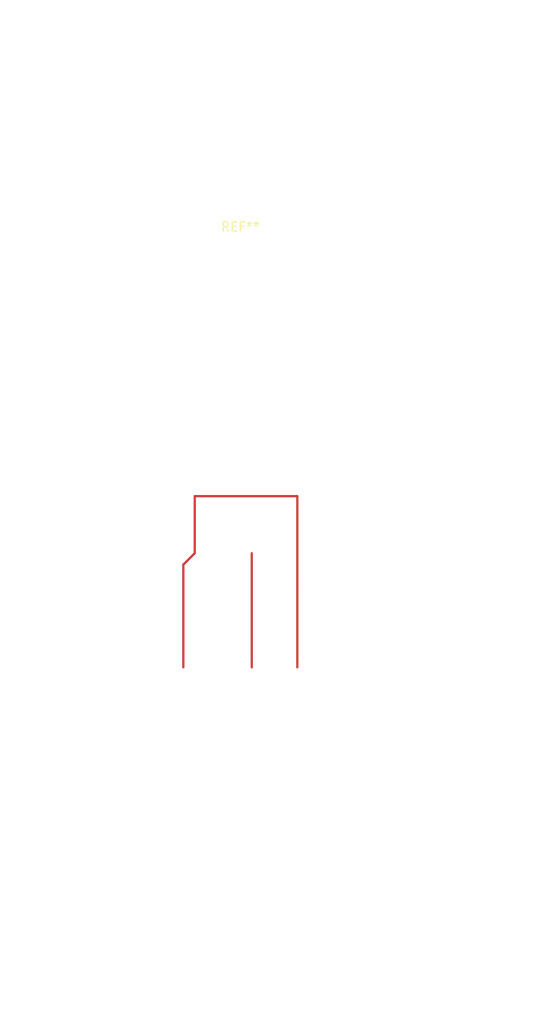
<source format=kicad_pcb>
(kicad_pcb (version 20171130) (host pcbnew 5.1.5+dfsg1-2build2)

  (general
    (thickness 1.6)
    (drawings 206)
    (tracks 7)
    (zones 0)
    (modules 1)
    (nets 1)
  )

  (page A4)
  (layers
    (0 F.Cu signal)
    (31 B.Cu signal)
    (32 B.Adhes user)
    (33 F.Adhes user)
    (34 B.Paste user)
    (35 F.Paste user)
    (36 B.SilkS user)
    (37 F.SilkS user)
    (38 B.Mask user)
    (39 F.Mask user)
    (40 Dwgs.User user)
    (41 Cmts.User user)
    (42 Eco1.User user)
    (43 Eco2.User user)
    (44 Edge.Cuts user)
    (45 Margin user)
    (46 B.CrtYd user)
    (47 F.CrtYd user)
    (48 B.Fab user)
    (49 F.Fab user)
  )

  (setup
    (last_trace_width 0.25)
    (trace_clearance 0.2)
    (zone_clearance 0.508)
    (zone_45_only no)
    (trace_min 0.2)
    (via_size 0.8)
    (via_drill 0.4)
    (via_min_size 0.4)
    (via_min_drill 0.3)
    (uvia_size 0.3)
    (uvia_drill 0.1)
    (uvias_allowed no)
    (uvia_min_size 0.2)
    (uvia_min_drill 0.1)
    (edge_width 0.05)
    (segment_width 0.2)
    (pcb_text_width 0.3)
    (pcb_text_size 1.5 1.5)
    (mod_edge_width 0.12)
    (mod_text_size 1 1)
    (mod_text_width 0.15)
    (pad_size 1.524 1.524)
    (pad_drill 0.762)
    (pad_to_mask_clearance 0.051)
    (solder_mask_min_width 0.25)
    (aux_axis_origin 0 0)
    (visible_elements FFFFFF7F)
    (pcbplotparams
      (layerselection 0x010fc_ffffffff)
      (usegerberextensions false)
      (usegerberattributes false)
      (usegerberadvancedattributes false)
      (creategerberjobfile false)
      (excludeedgelayer true)
      (linewidth 0.100000)
      (plotframeref false)
      (viasonmask false)
      (mode 1)
      (useauxorigin false)
      (hpglpennumber 1)
      (hpglpenspeed 20)
      (hpglpendiameter 15.000000)
      (psnegative false)
      (psa4output false)
      (plotreference true)
      (plotvalue true)
      (plotinvisibletext false)
      (padsonsilk false)
      (subtractmaskfromsilk false)
      (outputformat 1)
      (mirror false)
      (drillshape 1)
      (scaleselection 1)
      (outputdirectory ""))
  )

  (net 0 "")

  (net_class Default "This is the default net class."
    (clearance 0.2)
    (trace_width 0.25)
    (via_dia 0.8)
    (via_drill 0.4)
    (uvia_dia 0.3)
    (uvia_drill 0.1)
  )

  (module custom:custom (layer F.Cu) (tedit 5EAFCBB8) (tstamp 5EB02204)
    (at 240.03 128.27)
    (fp_text reference REF** (at 0 0.5) (layer F.SilkS)
      (effects (font (size 1 1) (thickness 0.15)))
    )
    (fp_text value custom (at 0 -0.5) (layer F.Fab)
      (effects (font (size 1 1) (thickness 0.15)))
    )
    (fp_line (start 32.766001 -24.638) (end 32.766001 -24.638) (layer Dwgs.User) (width 0.2))
    (fp_line (start -26.415999 -24.638) (end 32.766001 -24.638) (layer Dwgs.User) (width 0.2))
    (fp_line (start 32.766001 -24.638) (end 32.766001 19.304) (layer Dwgs.User) (width 0.2))
    (fp_line (start 32.766001 19.304) (end -26.669999 19.304) (layer Dwgs.User) (width 0.2))
    (fp_line (start -26.669999 19.304) (end -26.669999 -9.37514) (layer Dwgs.User) (width 0.2))
    (fp_line (start -26.669999 -9.37514) (end -26.415999 -24.638) (layer Dwgs.User) (width 0.2))
    (fp_line (start -26.415999 -24.638) (end -26.415999 -24.638) (layer Dwgs.User) (width 0.2))
    (fp_circle (center -13.97 12.7) (end -13.5255 12.7) (layer Dwgs.User) (width 0.2))
    (fp_circle (center -13.97 15.24) (end -13.1826 15.24) (layer Dwgs.User) (width 0.2))
    (fp_circle (center -13.97 15.24) (end -13.5255 15.24) (layer Dwgs.User) (width 0.2))
    (fp_circle (center -16.51 12.7) (end -15.7226 12.7) (layer Dwgs.User) (width 0.2))
    (fp_circle (center -16.51 12.7) (end -16.0655 12.7) (layer Dwgs.User) (width 0.2))
    (fp_circle (center -16.51 15.24) (end -15.7226 15.24) (layer Dwgs.User) (width 0.2))
    (fp_circle (center -16.51 15.24) (end -16.0655 15.24) (layer Dwgs.User) (width 0.2))
    (fp_circle (center -19.049999 12.7) (end -18.262599 12.7) (layer Dwgs.User) (width 0.2))
    (fp_circle (center -19.049999 12.7) (end -18.605499 12.7) (layer Dwgs.User) (width 0.2))
    (fp_circle (center -19.049999 15.24) (end -18.262599 15.24) (layer Dwgs.User) (width 0.2))
    (fp_circle (center -19.049999 15.24) (end -18.605499 15.24) (layer Dwgs.User) (width 0.2))
    (fp_circle (center -21.589999 12.7) (end -20.802599 12.7) (layer Dwgs.User) (width 0.2))
    (fp_circle (center -21.589999 12.7) (end -21.145499 12.7) (layer Dwgs.User) (width 0.2))
    (fp_circle (center -21.589999 15.24) (end -20.802599 15.24) (layer Dwgs.User) (width 0.2))
    (fp_circle (center -21.589999 15.24) (end -21.145499 15.24) (layer Dwgs.User) (width 0.2))
    (fp_circle (center -21.589999 -17.78) (end -20.802599 -17.78) (layer Dwgs.User) (width 0.2))
    (fp_circle (center -21.589999 -17.78) (end -21.145499 -17.78) (layer Dwgs.User) (width 0.2))
    (fp_circle (center -21.589999 -20.320001) (end -20.802599 -20.320001) (layer Dwgs.User) (width 0.2))
    (fp_circle (center -21.589999 -20.320001) (end -21.145499 -20.320001) (layer Dwgs.User) (width 0.2))
    (fp_circle (center -19.049999 -17.78) (end -18.262599 -17.78) (layer Dwgs.User) (width 0.2))
    (fp_circle (center -19.049999 -17.78) (end -18.605499 -17.78) (layer Dwgs.User) (width 0.2))
    (fp_circle (center -19.049999 -20.320001) (end -18.262599 -20.320001) (layer Dwgs.User) (width 0.2))
    (fp_circle (center -19.049999 -20.320001) (end -18.605499 -20.320001) (layer Dwgs.User) (width 0.2))
    (fp_circle (center -16.51 -17.78) (end -15.7226 -17.78) (layer Dwgs.User) (width 0.2))
    (fp_circle (center -16.51 -17.78) (end -16.0655 -17.78) (layer Dwgs.User) (width 0.2))
    (fp_circle (center -16.51 -20.320001) (end -15.7226 -20.320001) (layer Dwgs.User) (width 0.2))
    (fp_circle (center -16.51 -20.320001) (end -16.0655 -20.320001) (layer Dwgs.User) (width 0.2))
    (fp_circle (center -13.97 -17.78) (end -13.1826 -17.78) (layer Dwgs.User) (width 0.2))
    (fp_circle (center -13.97 -17.78) (end -13.5255 -17.78) (layer Dwgs.User) (width 0.2))
    (fp_circle (center -13.97 -20.320001) (end -13.1826 -20.320001) (layer Dwgs.User) (width 0.2))
    (fp_circle (center -13.97 -20.320001) (end -13.5255 -20.320001) (layer Dwgs.User) (width 0.2))
    (fp_circle (center -11.429999 -17.78) (end -10.642599 -17.78) (layer Dwgs.User) (width 0.2))
    (fp_circle (center -11.429999 -17.78) (end -10.985499 -17.78) (layer Dwgs.User) (width 0.2))
    (fp_circle (center -11.429999 -20.320001) (end -10.642599 -20.320001) (layer Dwgs.User) (width 0.2))
    (fp_circle (center -11.429999 -20.320001) (end -10.985499 -20.320001) (layer Dwgs.User) (width 0.2))
    (fp_circle (center -8.89 -17.78) (end -8.1026 -17.78) (layer Dwgs.User) (width 0.2))
    (fp_circle (center -8.89 -17.78) (end -8.4455 -17.78) (layer Dwgs.User) (width 0.2))
    (fp_circle (center -8.89 -20.320001) (end -8.1026 -20.320001) (layer Dwgs.User) (width 0.2))
    (fp_circle (center -8.89 -20.320001) (end -8.4455 -20.320001) (layer Dwgs.User) (width 0.2))
    (fp_circle (center -6.35 -17.78) (end -5.5626 -17.78) (layer Dwgs.User) (width 0.2))
    (fp_circle (center -6.35 -17.78) (end -5.9055 -17.78) (layer Dwgs.User) (width 0.2))
    (fp_circle (center -6.35 -20.320001) (end -5.5626 -20.320001) (layer Dwgs.User) (width 0.2))
    (fp_circle (center -6.35 -20.320001) (end -5.9055 -20.320001) (layer Dwgs.User) (width 0.2))
    (fp_circle (center -3.809999 -17.78) (end -3.022599 -17.78) (layer Dwgs.User) (width 0.2))
    (fp_circle (center -3.809999 -17.78) (end -3.365499 -17.78) (layer Dwgs.User) (width 0.2))
    (fp_circle (center -3.809999 -20.320001) (end -3.022599 -20.320001) (layer Dwgs.User) (width 0.2))
    (fp_circle (center -3.809999 -20.320001) (end -3.365499 -20.320001) (layer Dwgs.User) (width 0.2))
    (fp_circle (center -1.27 -17.78) (end -0.4826 -17.78) (layer Dwgs.User) (width 0.2))
    (fp_circle (center -1.27 -17.78) (end -0.8255 -17.78) (layer Dwgs.User) (width 0.2))
    (fp_circle (center -1.27 -20.320001) (end -0.4826 -20.320001) (layer Dwgs.User) (width 0.2))
    (fp_circle (center -1.27 -20.320001) (end -0.8255 -20.320001) (layer Dwgs.User) (width 0.2))
    (fp_circle (center 1.27 -17.78) (end 2.0574 -17.78) (layer Dwgs.User) (width 0.2))
    (fp_circle (center 1.27 -17.78) (end 1.7145 -17.78) (layer Dwgs.User) (width 0.2))
    (fp_circle (center 1.27 -20.320001) (end 2.0574 -20.320001) (layer Dwgs.User) (width 0.2))
    (fp_circle (center 1.27 -20.320001) (end 1.7145 -20.320001) (layer Dwgs.User) (width 0.2))
    (fp_circle (center 3.810001 -17.78) (end 4.597401 -17.78) (layer Dwgs.User) (width 0.2))
    (fp_circle (center 3.810001 -17.78) (end 4.254501 -17.78) (layer Dwgs.User) (width 0.2))
    (fp_circle (center 3.810001 -20.320001) (end 4.597401 -20.320001) (layer Dwgs.User) (width 0.2))
    (fp_circle (center 3.810001 -20.320001) (end 4.254501 -20.320001) (layer Dwgs.User) (width 0.2))
    (fp_circle (center 6.35 -17.78) (end 7.1374 -17.78) (layer Dwgs.User) (width 0.2))
    (fp_circle (center 6.35 -17.78) (end 6.7945 -17.78) (layer Dwgs.User) (width 0.2))
    (fp_circle (center 6.35 -20.320001) (end 7.1374 -20.320001) (layer Dwgs.User) (width 0.2))
    (fp_circle (center 6.35 -20.320001) (end 6.7945 -20.320001) (layer Dwgs.User) (width 0.2))
    (fp_line (start -22.86 11.429999) (end -22.86 16.51) (layer Dwgs.User) (width 0.2))
    (fp_line (start -22.86 3.81) (end -22.86 6.56082) (layer Dwgs.User) (width 0.2))
    (fp_line (start -17.78 3.81) (end -22.86 3.81) (layer Dwgs.User) (width 0.2))
    (fp_line (start -17.78 11.429999) (end -17.78 3.81) (layer Dwgs.User) (width 0.2))
    (fp_line (start -22.86 11.429999) (end -17.78 11.429999) (layer Dwgs.User) (width 0.2))
    (fp_line (start -17.78 -1.27) (end -17.78 -4.02082) (layer Dwgs.User) (width 0.2))
    (fp_line (start -22.86 -1.27) (end -17.78 -1.27) (layer Dwgs.User) (width 0.2))
    (fp_line (start -22.86 -8.89) (end -22.86 -1.27) (layer Dwgs.User) (width 0.2))
    (fp_line (start -17.78 -8.89) (end -22.86 -8.89) (layer Dwgs.User) (width 0.2))
    (fp_circle (center 8.89 -17.78) (end 9.6774 -17.78) (layer Dwgs.User) (width 0.2))
    (fp_circle (center 8.89 -17.78) (end 9.3345 -17.78) (layer Dwgs.User) (width 0.2))
    (fp_circle (center 8.89 -20.320001) (end 9.6774 -20.320001) (layer Dwgs.User) (width 0.2))
    (fp_circle (center 8.89 -20.320001) (end 9.3345 -20.320001) (layer Dwgs.User) (width 0.2))
    (fp_circle (center 11.430001 -17.78) (end 12.217401 -17.78) (layer Dwgs.User) (width 0.2))
    (fp_circle (center 11.430001 -17.78) (end 11.874501 -17.78) (layer Dwgs.User) (width 0.2))
    (fp_circle (center 11.430001 -20.320001) (end 12.217401 -20.320001) (layer Dwgs.User) (width 0.2))
    (fp_circle (center 11.430001 -20.320001) (end 11.874501 -20.320001) (layer Dwgs.User) (width 0.2))
    (fp_circle (center 13.97 -17.78) (end 14.7574 -17.78) (layer Dwgs.User) (width 0.2))
    (fp_circle (center 13.97 -17.78) (end 14.4145 -17.78) (layer Dwgs.User) (width 0.2))
    (fp_circle (center 13.97 -20.320001) (end 14.7574 -20.320001) (layer Dwgs.User) (width 0.2))
    (fp_circle (center 13.97 -20.320001) (end 14.4145 -20.320001) (layer Dwgs.User) (width 0.2))
    (fp_circle (center 16.51 -17.78) (end 17.2974 -17.78) (layer Dwgs.User) (width 0.2))
    (fp_circle (center 16.51 -17.78) (end 16.9545 -17.78) (layer Dwgs.User) (width 0.2))
    (fp_circle (center 16.51 -20.320001) (end 17.2974 -20.320001) (layer Dwgs.User) (width 0.2))
    (fp_circle (center 16.51 -20.320001) (end 16.9545 -20.320001) (layer Dwgs.User) (width 0.2))
    (fp_circle (center 19.050001 -17.78) (end 19.837401 -17.78) (layer Dwgs.User) (width 0.2))
    (fp_circle (center 19.050001 -17.78) (end 19.494501 -17.78) (layer Dwgs.User) (width 0.2))
    (fp_circle (center 19.050001 -20.320001) (end 19.837401 -20.320001) (layer Dwgs.User) (width 0.2))
    (fp_circle (center 19.050001 -20.320001) (end 19.494501 -20.320001) (layer Dwgs.User) (width 0.2))
    (fp_circle (center 21.59 -17.78) (end 22.3774 -17.78) (layer Dwgs.User) (width 0.2))
    (fp_circle (center 21.59 -17.78) (end 22.034501 -17.78) (layer Dwgs.User) (width 0.2))
    (fp_circle (center 21.59 -20.320001) (end 22.3774 -20.320001) (layer Dwgs.User) (width 0.2))
    (fp_circle (center 21.59 -20.320001) (end 22.034501 -20.320001) (layer Dwgs.User) (width 0.2))
    (fp_circle (center 24.13 -17.78) (end 24.9174 -17.78) (layer Dwgs.User) (width 0.2))
    (fp_circle (center 24.13 -17.78) (end 24.5745 -17.78) (layer Dwgs.User) (width 0.2))
    (fp_circle (center 24.13 -20.320001) (end 24.9174 -20.320001) (layer Dwgs.User) (width 0.2))
    (fp_circle (center 24.13 -20.320001) (end 24.5745 -20.320001) (layer Dwgs.User) (width 0.2))
    (fp_circle (center 26.670001 -17.78) (end 27.457401 -17.78) (layer Dwgs.User) (width 0.2))
    (fp_circle (center 26.670001 -17.78) (end 27.114501 -17.78) (layer Dwgs.User) (width 0.2))
    (fp_circle (center 26.670001 -20.320001) (end 27.457401 -20.320001) (layer Dwgs.User) (width 0.2))
    (fp_circle (center 26.670001 -20.320001) (end 27.114501 -20.320001) (layer Dwgs.User) (width 0.2))
    (fp_line (start 27.940001 -16.51) (end 27.940001 -16.51) (layer Dwgs.User) (width 0.2))
    (fp_line (start -22.86 -21.59) (end 27.940001 -16.51) (layer Dwgs.User) (width 0.2))
    (fp_line (start 30.48 -21.59) (end -22.86 -21.59) (layer Dwgs.User) (width 0.2))
    (fp_line (start 30.48 -16.51) (end 30.48 -21.59) (layer Dwgs.User) (width 0.2))
    (fp_line (start 27.940001 -16.51) (end 30.48 -16.51) (layer Dwgs.User) (width 0.2))
    (fp_line (start -22.86 11.429999) (end -22.86 11.429999) (layer Dwgs.User) (width 0.2))
    (fp_line (start 17.78 16.51) (end -22.86 11.429999) (layer Dwgs.User) (width 0.2))
    (fp_line (start -22.86 16.51) (end 17.78 16.51) (layer Dwgs.User) (width 0.2))
    (fp_circle (center 16.764 8.128) (end 18.363997 8.128) (layer Dwgs.User) (width 0.2))
    (fp_circle (center -20.573999 1.27) (end -18.974003 1.27) (layer Dwgs.User) (width 0.2))
    (fp_circle (center 10.922 12.7) (end 11.23188 12.7) (layer Dwgs.User) (width 0.2))
    (fp_circle (center 11.176001 12.953999) (end 11.485881 12.953999) (layer Dwgs.User) (width 0.2))
    (fp_line (start 29.9974 -18.5674) (end 29.9974 -16.992601) (layer Dwgs.User) (width 0.2))
    (fp_line (start 28.422601 -18.5674) (end 29.9974 -18.5674) (layer Dwgs.User) (width 0.2))
    (fp_line (start 28.422601 -16.992601) (end 28.422601 -18.5674) (layer Dwgs.User) (width 0.2))
    (fp_line (start 29.9974 -16.992601) (end 28.422601 -16.992601) (layer Dwgs.User) (width 0.2))
    (fp_circle (center 29.210001 -17.78) (end 29.654501 -17.78) (layer Dwgs.User) (width 0.2))
    (fp_line (start -19.8374 -3.3274) (end -18.2626 -3.3274) (layer Dwgs.User) (width 0.2))
    (fp_line (start -19.8374 -1.7526) (end -19.8374 -3.3274) (layer Dwgs.User) (width 0.2))
    (fp_line (start -18.2626 -1.7526) (end -19.8374 -1.7526) (layer Dwgs.User) (width 0.2))
    (fp_line (start -18.2626 -3.3274) (end -18.2626 -1.7526) (layer Dwgs.User) (width 0.2))
    (fp_circle (center -19.049999 -2.54) (end -18.605499 -2.54) (layer Dwgs.User) (width 0.2))
    (fp_circle (center 29.210001 -20.320001) (end 29.9974 -20.320001) (layer Dwgs.User) (width 0.2))
    (fp_circle (center 29.210001 -20.320001) (end 29.654501 -20.320001) (layer Dwgs.User) (width 0.2))
    (fp_circle (center -21.589999 -7.62) (end -20.802599 -7.62) (layer Dwgs.User) (width 0.2))
    (fp_circle (center -21.589999 -7.62) (end -21.145499 -7.62) (layer Dwgs.User) (width 0.2))
    (fp_circle (center -19.049999 -7.62) (end -18.262599 -7.62) (layer Dwgs.User) (width 0.2))
    (fp_circle (center -19.049999 -7.62) (end -18.605499 -7.62) (layer Dwgs.User) (width 0.2))
    (fp_circle (center -21.589999 -5.080001) (end -20.802599 -5.080001) (layer Dwgs.User) (width 0.2))
    (fp_circle (center -21.589999 -5.080001) (end -21.145499 -5.080001) (layer Dwgs.User) (width 0.2))
    (fp_circle (center -19.049999 -5.080001) (end -18.262599 -5.080001) (layer Dwgs.User) (width 0.2))
    (fp_circle (center -19.049999 -5.080001) (end -18.605499 -5.080001) (layer Dwgs.User) (width 0.2))
    (fp_circle (center -21.589999 -2.54) (end -20.802599 -2.54) (layer Dwgs.User) (width 0.2))
    (fp_circle (center -21.589999 -2.54) (end -21.145499 -2.54) (layer Dwgs.User) (width 0.2))
    (fp_circle (center -21.589999 5.08) (end -20.802599 5.08) (layer Dwgs.User) (width 0.2))
    (fp_circle (center -21.589999 5.08) (end -21.145499 5.08) (layer Dwgs.User) (width 0.2))
    (fp_circle (center -19.049999 5.08) (end -18.262599 5.08) (layer Dwgs.User) (width 0.2))
    (fp_circle (center -19.049999 5.08) (end -18.605499 5.08) (layer Dwgs.User) (width 0.2))
    (fp_circle (center -21.589999 7.62) (end -20.802599 7.62) (layer Dwgs.User) (width 0.2))
    (fp_circle (center -21.589999 7.62) (end -21.145499 7.62) (layer Dwgs.User) (width 0.2))
    (fp_circle (center -19.049999 7.62) (end -18.262599 7.62) (layer Dwgs.User) (width 0.2))
    (fp_circle (center -19.049999 7.62) (end -18.605499 7.62) (layer Dwgs.User) (width 0.2))
    (fp_circle (center -21.589999 10.16) (end -20.802599 10.16) (layer Dwgs.User) (width 0.2))
    (fp_circle (center -21.589999 10.16) (end -21.145499 10.16) (layer Dwgs.User) (width 0.2))
    (fp_circle (center -19.049999 10.16) (end -18.262599 10.16) (layer Dwgs.User) (width 0.2))
    (fp_circle (center -19.049999 10.16) (end -18.605499 10.16) (layer Dwgs.User) (width 0.2))
    (fp_circle (center 16.51 12.7) (end 17.2974 12.7) (layer Dwgs.User) (width 0.2))
    (fp_circle (center 16.51 12.7) (end 16.9545 12.7) (layer Dwgs.User) (width 0.2))
    (fp_circle (center 16.51 15.24) (end 17.2974 15.24) (layer Dwgs.User) (width 0.2))
    (fp_circle (center 16.51 15.24) (end 16.9545 15.24) (layer Dwgs.User) (width 0.2))
    (fp_circle (center 13.97 12.7) (end 14.7574 12.7) (layer Dwgs.User) (width 0.2))
    (fp_circle (center 13.97 12.7) (end 14.4145 12.7) (layer Dwgs.User) (width 0.2))
    (fp_circle (center 13.97 15.24) (end 14.7574 15.24) (layer Dwgs.User) (width 0.2))
    (fp_circle (center 13.97 15.24) (end 14.4145 15.24) (layer Dwgs.User) (width 0.2))
    (fp_circle (center 11.430001 12.7) (end 12.217401 12.7) (layer Dwgs.User) (width 0.2))
    (fp_circle (center 11.430001 12.7) (end 11.874501 12.7) (layer Dwgs.User) (width 0.2))
    (fp_circle (center 11.430001 15.24) (end 12.217401 15.24) (layer Dwgs.User) (width 0.2))
    (fp_circle (center 11.430001 15.24) (end 11.874501 15.24) (layer Dwgs.User) (width 0.2))
    (fp_circle (center 8.89 12.7) (end 9.6774 12.7) (layer Dwgs.User) (width 0.2))
    (fp_circle (center 8.89 12.7) (end 9.3345 12.7) (layer Dwgs.User) (width 0.2))
    (fp_circle (center 8.89 15.24) (end 9.6774 15.24) (layer Dwgs.User) (width 0.2))
    (fp_circle (center 8.89 15.24) (end 9.3345 15.24) (layer Dwgs.User) (width 0.2))
    (fp_circle (center 6.35 12.7) (end 7.1374 12.7) (layer Dwgs.User) (width 0.2))
    (fp_circle (center 6.35 12.7) (end 6.7945 12.7) (layer Dwgs.User) (width 0.2))
    (fp_circle (center 6.35 15.24) (end 7.1374 15.24) (layer Dwgs.User) (width 0.2))
    (fp_circle (center 6.35 15.24) (end 6.7945 15.24) (layer Dwgs.User) (width 0.2))
    (fp_circle (center 3.810001 12.7) (end 4.597401 12.7) (layer Dwgs.User) (width 0.2))
    (fp_circle (center 3.810001 12.7) (end 4.254501 12.7) (layer Dwgs.User) (width 0.2))
    (fp_circle (center 3.810001 15.24) (end 4.597401 15.24) (layer Dwgs.User) (width 0.2))
    (fp_circle (center 3.810001 15.24) (end 4.254501 15.24) (layer Dwgs.User) (width 0.2))
    (fp_circle (center 1.27 12.7) (end 2.0574 12.7) (layer Dwgs.User) (width 0.2))
    (fp_circle (center 1.27 12.7) (end 1.7145 12.7) (layer Dwgs.User) (width 0.2))
    (fp_circle (center 1.27 15.24) (end 2.0574 15.24) (layer Dwgs.User) (width 0.2))
    (fp_circle (center 1.27 15.24) (end 1.7145 15.24) (layer Dwgs.User) (width 0.2))
    (fp_circle (center -1.27 12.7) (end -0.4826 12.7) (layer Dwgs.User) (width 0.2))
    (fp_circle (center -1.27 12.7) (end -0.8255 12.7) (layer Dwgs.User) (width 0.2))
    (fp_circle (center -1.27 15.24) (end -0.4826 15.24) (layer Dwgs.User) (width 0.2))
    (fp_circle (center -1.27 15.24) (end -0.8255 15.24) (layer Dwgs.User) (width 0.2))
    (fp_circle (center -3.809999 12.7) (end -3.022599 12.7) (layer Dwgs.User) (width 0.2))
    (fp_circle (center -3.809999 12.7) (end -3.365499 12.7) (layer Dwgs.User) (width 0.2))
    (fp_circle (center -3.809999 15.24) (end -3.022599 15.24) (layer Dwgs.User) (width 0.2))
    (fp_circle (center -3.809999 15.24) (end -3.365499 15.24) (layer Dwgs.User) (width 0.2))
    (fp_circle (center -6.35 12.7) (end -5.5626 12.7) (layer Dwgs.User) (width 0.2))
    (fp_circle (center -6.35 12.7) (end -5.9055 12.7) (layer Dwgs.User) (width 0.2))
    (fp_circle (center -6.35 15.24) (end -5.5626 15.24) (layer Dwgs.User) (width 0.2))
    (fp_circle (center -6.35 15.24) (end -5.9055 15.24) (layer Dwgs.User) (width 0.2))
    (fp_circle (center -8.89 12.7) (end -8.1026 12.7) (layer Dwgs.User) (width 0.2))
    (fp_circle (center -8.89 12.7) (end -8.4455 12.7) (layer Dwgs.User) (width 0.2))
    (fp_circle (center -8.89 15.24) (end -8.1026 15.24) (layer Dwgs.User) (width 0.2))
    (fp_circle (center -8.89 15.24) (end -8.4455 15.24) (layer Dwgs.User) (width 0.2))
    (fp_circle (center -11.429999 12.7) (end -10.642599 12.7) (layer Dwgs.User) (width 0.2))
    (fp_circle (center -11.429999 12.7) (end -10.985499 12.7) (layer Dwgs.User) (width 0.2))
    (fp_circle (center -11.429999 15.24) (end -10.642599 15.24) (layer Dwgs.User) (width 0.2))
    (fp_circle (center -11.429999 15.24) (end -10.985499 15.24) (layer Dwgs.User) (width 0.2))
    (fp_circle (center -13.97 12.7) (end -13.1826 12.7) (layer Dwgs.User) (width 0.2))
  )

  (gr_circle (center 241.299999 180.34) (end 242.087399 180.34) (layer Dwgs.User) (width 0.2))
  (gr_circle (center 223.52 190.5) (end 223.9645 190.5) (layer Dwgs.User) (width 0.2))
  (gr_circle (center 220.98 193.039999) (end 221.7674 193.039999) (layer Dwgs.User) (width 0.2))
  (gr_circle (center 259.079999 213.36) (end 259.524499 213.36) (layer Dwgs.User) (width 0.2))
  (gr_circle (center 256.539999 210.82) (end 257.327399 210.82) (layer Dwgs.User) (width 0.2))
  (gr_circle (center 254 177.799999) (end 254.7874 177.799999) (layer Dwgs.User) (width 0.2))
  (gr_circle (center 266.699999 180.34) (end 267.144499 180.34) (layer Dwgs.User) (width 0.2))
  (gr_circle (center 233.679999 177.799999) (end 234.467399 177.799999) (layer Dwgs.User) (width 0.2))
  (gr_circle (center 220.98 180.34) (end 221.7674 180.34) (layer Dwgs.User) (width 0.2))
  (gr_circle (center 226.059999 210.82) (end 226.847399 210.82) (layer Dwgs.User) (width 0.2))
  (gr_circle (center 271.78 177.799999) (end 272.2245 177.799999) (layer Dwgs.User) (width 0.2))
  (gr_circle (center 220.98 190.5) (end 221.7674 190.5) (layer Dwgs.User) (width 0.2))
  (gr_circle (center 233.679999 213.36) (end 234.467399 213.36) (layer Dwgs.User) (width 0.2))
  (gr_circle (center 259.079999 210.82) (end 259.524499 210.82) (layer Dwgs.User) (width 0.2))
  (gr_circle (center 259.079999 213.36) (end 259.867399 213.36) (layer Dwgs.User) (width 0.2))
  (gr_circle (center 236.219999 210.82) (end 236.664499 210.82) (layer Dwgs.User) (width 0.2))
  (gr_line (start 224.307399 196.3674) (end 222.732599 196.3674) (layer Dwgs.User) (width 0.2))
  (gr_line (start 224.307399 194.7926) (end 224.307399 196.3674) (layer Dwgs.User) (width 0.2))
  (gr_circle (center 254 180.34) (end 254.7874 180.34) (layer Dwgs.User) (width 0.2))
  (gr_circle (center 231.14 213.36) (end 231.5845 213.36) (layer Dwgs.User) (width 0.2))
  (gr_circle (center 226.059999 177.799999) (end 226.504499 177.799999) (layer Dwgs.User) (width 0.2))
  (gr_circle (center 266.699999 180.34) (end 267.487399 180.34) (layer Dwgs.User) (width 0.2))
  (gr_circle (center 259.079999 177.799999) (end 259.524499 177.799999) (layer Dwgs.User) (width 0.2))
  (gr_line (start 216.154 173.482) (end 216.154 173.482) (layer Dwgs.User) (width 0.2))
  (gr_line (start 215.9 188.74486) (end 216.154 173.482) (layer Dwgs.User) (width 0.2))
  (gr_circle (center 221.996 199.39) (end 223.595996 199.39) (layer Dwgs.User) (width 0.2))
  (gr_circle (center 253.491999 210.82) (end 253.801879 210.82) (layer Dwgs.User) (width 0.2))
  (gr_circle (center 220.98 213.36) (end 221.4245 213.36) (layer Dwgs.User) (width 0.2))
  (gr_circle (center 223.52 213.36) (end 223.9645 213.36) (layer Dwgs.User) (width 0.2))
  (gr_circle (center 226.059999 180.34) (end 226.504499 180.34) (layer Dwgs.User) (width 0.2))
  (gr_circle (center 266.699999 177.799999) (end 267.144499 177.799999) (layer Dwgs.User) (width 0.2))
  (gr_circle (center 264.159999 177.799999) (end 264.6045 177.799999) (layer Dwgs.User) (width 0.2))
  (gr_circle (center 223.52 208.28) (end 223.9645 208.28) (layer Dwgs.User) (width 0.2))
  (gr_circle (center 259.079999 210.82) (end 259.867399 210.82) (layer Dwgs.User) (width 0.2))
  (gr_circle (center 248.919999 180.34) (end 249.707399 180.34) (layer Dwgs.User) (width 0.2))
  (gr_circle (center 231.14 210.82) (end 231.9274 210.82) (layer Dwgs.User) (width 0.2))
  (gr_line (start 219.709999 214.63) (end 260.349999 214.63) (layer Dwgs.User) (width 0.2))
  (gr_circle (center 226.059999 210.82) (end 226.504499 210.82) (layer Dwgs.User) (width 0.2))
  (gr_line (start 273.049999 176.53) (end 219.709999 176.53) (layer Dwgs.User) (width 0.2))
  (gr_line (start 222.732599 194.7926) (end 224.307399 194.7926) (layer Dwgs.User) (width 0.2))
  (gr_line (start 222.732599 196.3674) (end 222.732599 194.7926) (layer Dwgs.User) (width 0.2))
  (gr_circle (center 236.219999 213.36) (end 236.664499 213.36) (layer Dwgs.User) (width 0.2))
  (gr_line (start 219.709999 196.85) (end 224.789999 196.85) (layer Dwgs.User) (width 0.2))
  (gr_circle (center 228.599999 180.34) (end 229.387399 180.34) (layer Dwgs.User) (width 0.2))
  (gr_circle (center 228.599999 177.799999) (end 229.044499 177.799999) (layer Dwgs.User) (width 0.2))
  (gr_circle (center 223.52 210.82) (end 223.9645 210.82) (layer Dwgs.User) (width 0.2))
  (gr_circle (center 231.14 213.36) (end 231.9274 213.36) (layer Dwgs.User) (width 0.2))
  (gr_circle (center 226.059999 213.36) (end 226.847399 213.36) (layer Dwgs.User) (width 0.2))
  (gr_circle (center 251.459999 210.82) (end 251.904499 210.82) (layer Dwgs.User) (width 0.2))
  (gr_circle (center 251.459999 213.36) (end 252.247399 213.36) (layer Dwgs.User) (width 0.2))
  (gr_circle (center 233.679999 213.36) (end 234.124499 213.36) (layer Dwgs.User) (width 0.2))
  (gr_circle (center 238.76 213.36) (end 239.2045 213.36) (layer Dwgs.User) (width 0.2))
  (gr_circle (center 236.219999 210.82) (end 237.007399 210.82) (layer Dwgs.User) (width 0.2))
  (gr_circle (center 246.38 177.799999) (end 246.8245 177.799999) (layer Dwgs.User) (width 0.2))
  (gr_circle (center 220.98 203.2) (end 221.4245 203.2) (layer Dwgs.User) (width 0.2))
  (gr_circle (center 223.52 203.2) (end 224.3074 203.2) (layer Dwgs.User) (width 0.2))
  (gr_circle (center 269.24 177.799999) (end 269.6845 177.799999) (layer Dwgs.User) (width 0.2))
  (gr_circle (center 254 213.36) (end 254.4445 213.36) (layer Dwgs.User) (width 0.2))
  (gr_circle (center 251.459999 210.82) (end 252.247399 210.82) (layer Dwgs.User) (width 0.2))
  (gr_circle (center 248.919999 177.799999) (end 249.707399 177.799999) (layer Dwgs.User) (width 0.2))
  (gr_circle (center 223.52 180.34) (end 224.3074 180.34) (layer Dwgs.User) (width 0.2))
  (gr_circle (center 256.539999 213.36) (end 256.984499 213.36) (layer Dwgs.User) (width 0.2))
  (gr_circle (center 254 210.82) (end 254.7874 210.82) (layer Dwgs.User) (width 0.2))
  (gr_circle (center 246.38 180.34) (end 247.1674 180.34) (layer Dwgs.User) (width 0.2))
  (gr_line (start 224.789999 209.549999) (end 224.789999 201.93) (layer Dwgs.User) (width 0.2))
  (gr_circle (center 241.299999 177.799999) (end 241.744499 177.799999) (layer Dwgs.User) (width 0.2))
  (gr_circle (center 228.599999 213.36) (end 229.044499 213.36) (layer Dwgs.User) (width 0.2))
  (gr_circle (center 259.333999 206.248) (end 260.933996 206.248) (layer Dwgs.User) (width 0.2))
  (gr_circle (center 233.679999 180.34) (end 234.124499 180.34) (layer Dwgs.User) (width 0.2))
  (gr_circle (center 238.76 210.82) (end 239.2045 210.82) (layer Dwgs.User) (width 0.2))
  (gr_circle (center 238.76 213.36) (end 239.5474 213.36) (layer Dwgs.User) (width 0.2))
  (gr_circle (center 226.059999 177.799999) (end 226.847399 177.799999) (layer Dwgs.User) (width 0.2))
  (gr_circle (center 254 177.799999) (end 254.4445 177.799999) (layer Dwgs.User) (width 0.2))
  (gr_circle (center 243.839999 213.36) (end 244.284499 213.36) (layer Dwgs.User) (width 0.2))
  (gr_circle (center 241.299999 210.82) (end 242.087399 210.82) (layer Dwgs.User) (width 0.2))
  (gr_line (start 224.789999 201.93) (end 219.709999 201.93) (layer Dwgs.User) (width 0.2))
  (gr_circle (center 228.599999 180.34) (end 229.044499 180.34) (layer Dwgs.User) (width 0.2))
  (gr_line (start 219.709999 209.549999) (end 224.789999 209.549999) (layer Dwgs.User) (width 0.2))
  (gr_circle (center 228.599999 177.799999) (end 229.387399 177.799999) (layer Dwgs.User) (width 0.2))
  (gr_circle (center 264.159999 180.34) (end 264.947399 180.34) (layer Dwgs.User) (width 0.2))
  (gr_circle (center 251.459999 213.36) (end 251.904499 213.36) (layer Dwgs.User) (width 0.2))
  (gr_circle (center 248.919999 210.82) (end 249.707399 210.82) (layer Dwgs.User) (width 0.2))
  (gr_circle (center 246.38 210.82) (end 246.8245 210.82) (layer Dwgs.User) (width 0.2))
  (gr_circle (center 246.38 213.36) (end 247.1674 213.36) (layer Dwgs.User) (width 0.2))
  (gr_circle (center 248.919999 210.82) (end 249.364499 210.82) (layer Dwgs.User) (width 0.2))
  (gr_circle (center 248.919999 213.36) (end 249.707399 213.36) (layer Dwgs.User) (width 0.2))
  (gr_circle (center 251.459999 177.799999) (end 252.247399 177.799999) (layer Dwgs.User) (width 0.2))
  (gr_line (start 275.336 173.482) (end 275.336 217.424) (layer Dwgs.User) (width 0.2))
  (gr_circle (center 248.919999 180.34) (end 249.364499 180.34) (layer Dwgs.User) (width 0.2))
  (gr_circle (center 233.679999 180.34) (end 234.467399 180.34) (layer Dwgs.User) (width 0.2))
  (gr_circle (center 243.839999 177.799999) (end 244.284499 177.799999) (layer Dwgs.User) (width 0.2))
  (gr_circle (center 266.699999 177.799999) (end 267.487399 177.799999) (layer Dwgs.User) (width 0.2))
  (gr_circle (center 259.079999 180.34) (end 259.524499 180.34) (layer Dwgs.User) (width 0.2))
  (gr_circle (center 231.14 177.799999) (end 231.9274 177.799999) (layer Dwgs.User) (width 0.2))
  (gr_circle (center 256.539999 177.799999) (end 257.327399 177.799999) (layer Dwgs.User) (width 0.2))
  (gr_circle (center 259.079999 180.34) (end 259.867399 180.34) (layer Dwgs.User) (width 0.2))
  (gr_line (start 224.789999 196.85) (end 224.789999 194.09918) (layer Dwgs.User) (width 0.2))
  (gr_circle (center 241.299999 210.82) (end 241.744499 210.82) (layer Dwgs.User) (width 0.2))
  (gr_circle (center 241.299999 213.36) (end 242.087399 213.36) (layer Dwgs.User) (width 0.2))
  (gr_circle (center 241.299999 213.36) (end 241.744499 213.36) (layer Dwgs.User) (width 0.2))
  (gr_circle (center 238.76 210.82) (end 239.5474 210.82) (layer Dwgs.User) (width 0.2))
  (gr_circle (center 261.62 177.799999) (end 262.4074 177.799999) (layer Dwgs.User) (width 0.2))
  (gr_circle (center 220.98 190.5) (end 221.4245 190.5) (layer Dwgs.User) (width 0.2))
  (gr_circle (center 223.52 190.5) (end 224.3074 190.5) (layer Dwgs.User) (width 0.2))
  (gr_circle (center 261.62 180.34) (end 262.4074 180.34) (layer Dwgs.User) (width 0.2))
  (gr_circle (center 223.52 210.82) (end 224.3074 210.82) (layer Dwgs.User) (width 0.2))
  (gr_line (start 219.709999 176.53) (end 270.51 181.61) (layer Dwgs.User) (width 0.2))
  (gr_circle (center 238.76 180.34) (end 239.2045 180.34) (layer Dwgs.User) (width 0.2))
  (gr_circle (center 236.219999 177.799999) (end 237.007399 177.799999) (layer Dwgs.User) (width 0.2))
  (gr_circle (center 236.219999 177.799999) (end 236.664499 177.799999) (layer Dwgs.User) (width 0.2))
  (gr_circle (center 220.98 205.74) (end 221.4245 205.74) (layer Dwgs.User) (width 0.2))
  (gr_circle (center 223.52 205.74) (end 224.3074 205.74) (layer Dwgs.User) (width 0.2))
  (gr_circle (center 220.98 210.82) (end 221.7674 210.82) (layer Dwgs.User) (width 0.2))
  (gr_circle (center 251.459999 180.34) (end 251.904499 180.34) (layer Dwgs.User) (width 0.2))
  (gr_circle (center 261.62 180.34) (end 262.0645 180.34) (layer Dwgs.User) (width 0.2))
  (gr_circle (center 251.459999 180.34) (end 252.247399 180.34) (layer Dwgs.User) (width 0.2))
  (gr_circle (center 223.52 213.36) (end 224.3074 213.36) (layer Dwgs.User) (width 0.2))
  (gr_line (start 275.336 173.482) (end 275.336 173.482) (layer Dwgs.User) (width 0.2))
  (gr_circle (center 248.919999 177.799999) (end 249.364499 177.799999) (layer Dwgs.User) (width 0.2))
  (gr_circle (center 256.539999 177.799999) (end 256.984499 177.799999) (layer Dwgs.User) (width 0.2))
  (gr_circle (center 231.14 177.799999) (end 231.5845 177.799999) (layer Dwgs.User) (width 0.2))
  (gr_circle (center 269.24 177.799999) (end 270.0274 177.799999) (layer Dwgs.User) (width 0.2))
  (gr_circle (center 246.38 213.36) (end 246.8245 213.36) (layer Dwgs.User) (width 0.2))
  (gr_circle (center 243.839999 210.82) (end 244.627399 210.82) (layer Dwgs.User) (width 0.2))
  (gr_circle (center 238.76 180.34) (end 239.5474 180.34) (layer Dwgs.User) (width 0.2))
  (gr_circle (center 238.76 177.799999) (end 239.2045 177.799999) (layer Dwgs.User) (width 0.2))
  (gr_circle (center 236.219999 213.36) (end 237.007399 213.36) (layer Dwgs.User) (width 0.2))
  (gr_circle (center 243.839999 180.34) (end 244.284499 180.34) (layer Dwgs.User) (width 0.2))
  (gr_circle (center 223.52 177.799999) (end 223.9645 177.799999) (layer Dwgs.User) (width 0.2))
  (gr_line (start 219.709999 209.549999) (end 219.709999 214.63) (layer Dwgs.User) (width 0.2))
  (gr_circle (center 256.539999 180.34) (end 256.984499 180.34) (layer Dwgs.User) (width 0.2))
  (gr_circle (center 243.839999 210.82) (end 244.284499 210.82) (layer Dwgs.User) (width 0.2))
  (gr_circle (center 243.839999 213.36) (end 244.627399 213.36) (layer Dwgs.User) (width 0.2))
  (gr_circle (center 241.299999 180.34) (end 241.744499 180.34) (layer Dwgs.User) (width 0.2))
  (gr_circle (center 220.98 177.799999) (end 221.7674 177.799999) (layer Dwgs.User) (width 0.2))
  (gr_circle (center 236.219999 180.34) (end 237.007399 180.34) (layer Dwgs.User) (width 0.2))
  (gr_line (start 224.789999 189.23) (end 219.709999 189.23) (layer Dwgs.User) (width 0.2))
  (gr_circle (center 238.76 177.799999) (end 239.5474 177.799999) (layer Dwgs.User) (width 0.2))
  (gr_line (start 219.709999 189.23) (end 219.709999 196.85) (layer Dwgs.User) (width 0.2))
  (gr_circle (center 220.98 193.039999) (end 221.4245 193.039999) (layer Dwgs.User) (width 0.2))
  (gr_circle (center 223.52 193.039999) (end 224.3074 193.039999) (layer Dwgs.User) (width 0.2))
  (gr_circle (center 261.62 177.799999) (end 262.0645 177.799999) (layer Dwgs.User) (width 0.2))
  (gr_circle (center 256.539999 180.34) (end 257.327399 180.34) (layer Dwgs.User) (width 0.2))
  (gr_circle (center 233.679999 210.82) (end 234.467399 210.82) (layer Dwgs.User) (width 0.2))
  (gr_circle (center 231.14 210.82) (end 231.5845 210.82) (layer Dwgs.User) (width 0.2))
  (gr_circle (center 220.98 195.58) (end 221.4245 195.58) (layer Dwgs.User) (width 0.2))
  (gr_circle (center 220.98 203.2) (end 221.7674 203.2) (layer Dwgs.User) (width 0.2))
  (gr_line (start 272.567399 181.127399) (end 270.9926 181.127399) (layer Dwgs.User) (width 0.2))
  (gr_circle (center 271.78 180.34) (end 272.2245 180.34) (layer Dwgs.User) (width 0.2))
  (gr_circle (center 269.24 180.34) (end 269.6845 180.34) (layer Dwgs.User) (width 0.2))
  (gr_circle (center 264.159999 180.34) (end 264.6045 180.34) (layer Dwgs.User) (width 0.2))
  (gr_circle (center 231.14 180.34) (end 231.9274 180.34) (layer Dwgs.User) (width 0.2))
  (gr_circle (center 223.52 180.34) (end 223.9645 180.34) (layer Dwgs.User) (width 0.2))
  (gr_circle (center 220.98 177.799999) (end 221.4245 177.799999) (layer Dwgs.User) (width 0.2))
  (gr_circle (center 220.98 180.34) (end 221.4245 180.34) (layer Dwgs.User) (width 0.2))
  (gr_circle (center 259.079999 177.799999) (end 259.867399 177.799999) (layer Dwgs.User) (width 0.2))
  (gr_circle (center 269.24 180.34) (end 270.0274 180.34) (layer Dwgs.User) (width 0.2))
  (gr_circle (center 253.746 211.073999) (end 254.05588 211.073999) (layer Dwgs.User) (width 0.2))
  (gr_line (start 272.567399 179.5526) (end 272.567399 181.127399) (layer Dwgs.User) (width 0.2))
  (gr_circle (center 220.98 210.82) (end 221.4245 210.82) (layer Dwgs.User) (width 0.2))
  (gr_line (start 270.51 181.61) (end 270.51 181.61) (layer Dwgs.User) (width 0.2))
  (gr_circle (center 264.159999 177.799999) (end 264.947399 177.799999) (layer Dwgs.User) (width 0.2))
  (gr_line (start 270.9926 179.5526) (end 272.567399 179.5526) (layer Dwgs.User) (width 0.2))
  (gr_line (start 270.9926 181.127399) (end 270.9926 179.5526) (layer Dwgs.User) (width 0.2))
  (gr_circle (center 233.679999 177.799999) (end 234.124499 177.799999) (layer Dwgs.User) (width 0.2))
  (gr_circle (center 246.38 180.34) (end 246.8245 180.34) (layer Dwgs.User) (width 0.2))
  (gr_circle (center 256.539999 210.82) (end 256.984499 210.82) (layer Dwgs.User) (width 0.2))
  (gr_circle (center 256.539999 213.36) (end 257.327399 213.36) (layer Dwgs.User) (width 0.2))
  (gr_circle (center 226.059999 213.36) (end 226.504499 213.36) (layer Dwgs.User) (width 0.2))
  (gr_circle (center 254 180.34) (end 254.4445 180.34) (layer Dwgs.User) (width 0.2))
  (gr_circle (center 251.459999 177.799999) (end 251.904499 177.799999) (layer Dwgs.User) (width 0.2))
  (gr_circle (center 254 210.82) (end 254.4445 210.82) (layer Dwgs.User) (width 0.2))
  (gr_circle (center 254 213.36) (end 254.7874 213.36) (layer Dwgs.User) (width 0.2))
  (gr_circle (center 223.52 195.58) (end 223.9645 195.58) (layer Dwgs.User) (width 0.2))
  (gr_circle (center 271.78 177.799999) (end 272.567399 177.799999) (layer Dwgs.User) (width 0.2))
  (gr_circle (center 243.839999 177.799999) (end 244.627399 177.799999) (layer Dwgs.User) (width 0.2))
  (gr_circle (center 231.14 180.34) (end 231.5845 180.34) (layer Dwgs.User) (width 0.2))
  (gr_circle (center 223.52 193.039999) (end 223.9645 193.039999) (layer Dwgs.User) (width 0.2))
  (gr_circle (center 220.98 195.58) (end 221.7674 195.58) (layer Dwgs.User) (width 0.2))
  (gr_line (start 216.154 173.482) (end 275.336 173.482) (layer Dwgs.User) (width 0.2))
  (gr_circle (center 220.98 213.36) (end 221.7674 213.36) (layer Dwgs.User) (width 0.2))
  (gr_circle (center 223.52 205.74) (end 223.9645 205.74) (layer Dwgs.User) (width 0.2))
  (gr_circle (center 220.98 208.28) (end 221.7674 208.28) (layer Dwgs.User) (width 0.2))
  (gr_line (start 219.709999 201.93) (end 219.709999 204.68082) (layer Dwgs.User) (width 0.2))
  (gr_circle (center 226.059999 180.34) (end 226.847399 180.34) (layer Dwgs.User) (width 0.2))
  (gr_circle (center 228.599999 213.36) (end 229.387399 213.36) (layer Dwgs.User) (width 0.2))
  (gr_circle (center 223.52 177.799999) (end 224.3074 177.799999) (layer Dwgs.User) (width 0.2))
  (gr_circle (center 228.599999 210.82) (end 229.044499 210.82) (layer Dwgs.User) (width 0.2))
  (gr_circle (center 220.98 208.28) (end 221.4245 208.28) (layer Dwgs.User) (width 0.2))
  (gr_circle (center 223.52 208.28) (end 224.3074 208.28) (layer Dwgs.User) (width 0.2))
  (gr_circle (center 236.219999 180.34) (end 236.664499 180.34) (layer Dwgs.User) (width 0.2))
  (gr_circle (center 243.839999 180.34) (end 244.627399 180.34) (layer Dwgs.User) (width 0.2))
  (gr_circle (center 223.52 203.2) (end 223.9645 203.2) (layer Dwgs.User) (width 0.2))
  (gr_circle (center 220.98 205.74) (end 221.7674 205.74) (layer Dwgs.User) (width 0.2))
  (gr_circle (center 233.679999 210.82) (end 234.124499 210.82) (layer Dwgs.User) (width 0.2))
  (gr_circle (center 246.38 177.799999) (end 247.1674 177.799999) (layer Dwgs.User) (width 0.2))
  (gr_line (start 275.336 217.424) (end 215.9 217.424) (layer Dwgs.User) (width 0.2))
  (gr_circle (center 228.599999 210.82) (end 229.387399 210.82) (layer Dwgs.User) (width 0.2))
  (gr_line (start 219.709999 209.549999) (end 219.709999 209.549999) (layer Dwgs.User) (width 0.2))
  (gr_circle (center 241.299999 177.799999) (end 242.087399 177.799999) (layer Dwgs.User) (width 0.2))
  (gr_line (start 273.049999 181.61) (end 273.049999 176.53) (layer Dwgs.User) (width 0.2))
  (gr_circle (center 248.919999 213.36) (end 249.364499 213.36) (layer Dwgs.User) (width 0.2))
  (gr_circle (center 246.38 210.82) (end 247.1674 210.82) (layer Dwgs.User) (width 0.2))
  (gr_line (start 215.9 217.424) (end 215.9 188.74486) (layer Dwgs.User) (width 0.2))
  (gr_line (start 260.349999 214.63) (end 219.709999 209.549999) (layer Dwgs.User) (width 0.2))
  (gr_line (start 270.51 181.61) (end 273.049999 181.61) (layer Dwgs.User) (width 0.2))

  (segment (start 241.3 165.1) (end 241.3 177.8) (width 0.25) (layer F.Cu) (net 0))
  (segment (start 246.38 177.8) (end 246.38 168.91) (width 0.25) (layer F.Cu) (net 0))
  (segment (start 246.38 168.91) (end 246.38 158.75) (width 0.25) (layer F.Cu) (net 0))
  (segment (start 246.38 158.75) (end 234.95 158.75) (width 0.25) (layer F.Cu) (net 0))
  (segment (start 234.95 158.75) (end 234.95 165.1) (width 0.25) (layer F.Cu) (net 0))
  (segment (start 234.95 165.1) (end 233.68 166.37) (width 0.25) (layer F.Cu) (net 0))
  (segment (start 233.68 166.37) (end 233.68 177.8) (width 0.25) (layer F.Cu) (net 0))

)

</source>
